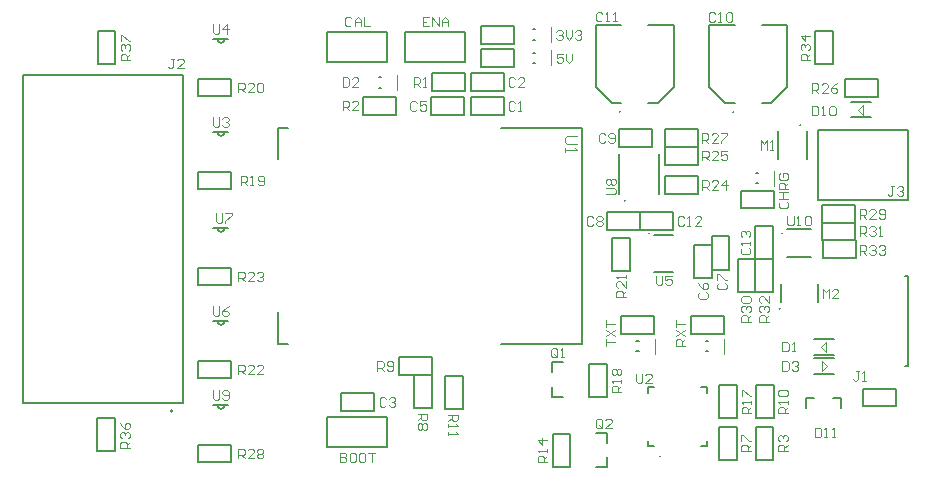
<source format=gto>
G04*
G04 #@! TF.GenerationSoftware,Altium Limited,Altium Designer,22.6.1 (34)*
G04*
G04 Layer_Color=65535*
%FSLAX25Y25*%
%MOIN*%
G70*
G04*
G04 #@! TF.SameCoordinates,BE1EFFB1-D3A5-4C51-9803-2DA18C35BCD8*
G04*
G04*
G04 #@! TF.FilePolarity,Positive*
G04*
G01*
G75*
%ADD10C,0.00500*%
%ADD11C,0.00787*%
%ADD12C,0.00600*%
%ADD13C,0.00394*%
D10*
X253016Y81350D02*
G03*
X253016Y81350I-200J0D01*
G01*
X252407Y56251D02*
G03*
X252407Y56251I-200J0D01*
G01*
X200700Y92300D02*
G03*
X200700Y92300I-200J0D01*
G01*
X212400Y7100D02*
G03*
X212400Y7100I-200J0D01*
G01*
X208589Y81384D02*
G03*
X208589Y81384I-200J0D01*
G01*
X259200Y117400D02*
G03*
X259200Y117400I-200J0D01*
G01*
X236901Y121974D02*
G03*
X236901Y121974I-200J0D01*
G01*
X199101D02*
G03*
X199101Y121974I-200J0D01*
G01*
X254763Y73397D02*
X262637D01*
X254763Y83003D02*
X262637D01*
X12Y24756D02*
Y134244D01*
X53516Y24756D02*
Y134244D01*
X12Y24756D02*
X53516D01*
X12Y134244D02*
X53516D01*
X294103Y37339D02*
X295009D01*
Y67261D01*
X294103D02*
X295009D01*
X264993Y58350D02*
Y64650D01*
X252670Y58350D02*
Y64650D01*
X176441Y35141D02*
Y38409D01*
Y26991D02*
Y30259D01*
Y26991D02*
X180142D01*
X176441Y38409D02*
X180142D01*
X190882Y3491D02*
X194583D01*
X190882Y14909D02*
X194583D01*
Y11641D02*
Y14909D01*
Y3491D02*
Y6759D01*
X263653Y34641D02*
X270346D01*
X263653Y39759D02*
X270346D01*
X263653Y40941D02*
X270346D01*
X263653Y46059D02*
X270346D01*
X227567Y45572D02*
X228433D01*
X227567Y42028D02*
X228433D01*
X204423Y45572D02*
X205289D01*
X204423Y42028D02*
X205289D01*
X244267Y101572D02*
X245133D01*
X244267Y98028D02*
X245133D01*
X210488Y80921D02*
X216787D01*
X210488Y68598D02*
X216787D01*
X276153Y125159D02*
X282846D01*
X276153Y120041D02*
X282846D01*
X295006Y92649D02*
Y115877D01*
X265085Y92649D02*
X295006D01*
X265085Y115877D02*
X295006D01*
X265085Y92649D02*
Y115877D01*
X118567Y133472D02*
X119433D01*
X118567Y129928D02*
X119433D01*
X169967Y141672D02*
X170833D01*
X169967Y138128D02*
X170833D01*
X169923Y149472D02*
X170789D01*
X169923Y145928D02*
X170789D01*
X246328Y150992D02*
X254792D01*
Y130323D02*
Y150992D01*
X249477Y125008D02*
X254792Y130323D01*
X246328Y125008D02*
X249477D01*
X228808Y150992D02*
X237272D01*
X228808Y130323D02*
Y150992D01*
Y130323D02*
X234123Y125008D01*
X237272D01*
X208528Y150992D02*
X216992D01*
Y130323D02*
Y150992D01*
X211677Y125008D02*
X216992Y130323D01*
X208528Y125008D02*
X211677D01*
X191008Y150992D02*
X199472D01*
X191008Y130323D02*
Y150992D01*
Y130323D02*
X196323Y125008D01*
X199472D01*
D11*
X49894Y22197D02*
G03*
X49894Y22197I-394J0D01*
G01*
X244147Y61688D02*
X250053D01*
Y72712D01*
X244147D02*
X250053D01*
X244147Y61688D02*
Y72712D01*
X238247Y61688D02*
X244153D01*
Y72712D01*
X238247D02*
X244153D01*
X238247Y61688D02*
Y72712D01*
X244147Y72688D02*
X250053D01*
X244147D02*
Y83712D01*
X250053D01*
Y72688D02*
Y83712D01*
X277568Y73147D02*
Y79053D01*
X266544D02*
X277568D01*
X266544Y73147D02*
Y79053D01*
Y73147D02*
X277568D01*
X266488Y79047D02*
Y84953D01*
Y79047D02*
X277512D01*
Y84953D01*
X266488D02*
X277512D01*
X266488Y84947D02*
Y90853D01*
Y84947D02*
X277512D01*
Y90853D01*
X266488D02*
X277512D01*
X261152Y23250D02*
Y26459D01*
X263750D01*
X272648Y23250D02*
Y26459D01*
X270050D02*
X272648D01*
X222588Y47847D02*
X233612D01*
X222588D02*
Y53753D01*
X233612D01*
Y47847D02*
Y53753D01*
X208258Y10357D02*
X210226D01*
X208258D02*
Y12326D01*
X225974Y10357D02*
X227942D01*
Y12326D01*
X208258Y30042D02*
X210226D01*
X208258Y28074D02*
Y30042D01*
X225974D02*
X227942D01*
Y28074D02*
Y30042D01*
X199388Y47847D02*
X210412D01*
X199388D02*
Y53753D01*
X210412D01*
Y47847D02*
Y53753D01*
X196485Y68848D02*
Y79872D01*
X202391D01*
Y68848D02*
Y79872D01*
X196485Y68848D02*
X202391D01*
X205726Y88513D02*
X216750D01*
X205726Y82607D02*
Y88513D01*
Y82607D02*
X216750D01*
Y88513D01*
X235490Y69348D02*
Y80372D01*
X229585D02*
X235490D01*
X229585Y69348D02*
Y80372D01*
Y69348D02*
X235490D01*
X229591Y66504D02*
Y77528D01*
X223685D02*
X229591D01*
X223685Y66504D02*
Y77528D01*
Y66504D02*
X229591D01*
X58488Y64047D02*
X69512D01*
X58488D02*
Y69953D01*
X69512D01*
Y64047D02*
Y69953D01*
X58488Y96047D02*
X69512D01*
X58488D02*
Y101953D01*
X69512D01*
Y96047D02*
Y101953D01*
X58488Y127047D02*
X69512D01*
X58488D02*
Y132953D01*
X69512D01*
Y127047D02*
Y132953D01*
X58488Y33047D02*
X69512D01*
X58488D02*
Y38953D01*
X69512D01*
Y33047D02*
Y38953D01*
X58488Y5047D02*
X69512D01*
X58488D02*
Y10953D01*
X69512D01*
Y5047D02*
Y10953D01*
X239288Y89747D02*
X250312D01*
X239288D02*
Y95653D01*
X250312D01*
Y89747D02*
Y95653D01*
X273888Y132753D02*
X284912D01*
Y126847D02*
Y132753D01*
X273888Y126847D02*
X284912D01*
X273888D02*
Y132753D01*
X101500Y20200D02*
X121500D01*
X101500Y10200D02*
X121500D01*
X101500D02*
Y20200D01*
X121500Y10200D02*
Y20200D01*
X127500Y138500D02*
X147500D01*
X127500Y148500D02*
X147500D01*
Y138500D02*
Y148500D01*
X127500Y138500D02*
Y148500D01*
X101500D02*
X121500D01*
X101500Y138500D02*
X121500D01*
X101500D02*
Y148500D01*
X121500Y138500D02*
Y148500D01*
X136232Y134753D02*
X147256D01*
Y128847D02*
Y134753D01*
X136232Y128847D02*
X147256D01*
X136232D02*
Y134753D01*
X113232Y120947D02*
X124256D01*
X113232D02*
Y126853D01*
X124256D01*
Y120947D02*
Y126853D01*
X244247Y5932D02*
Y16956D01*
X250153D01*
Y5932D02*
Y16956D01*
X244247Y5932D02*
X250153D01*
X152544Y142853D02*
X163568D01*
Y136947D02*
Y142853D01*
X152544Y136947D02*
X163568D01*
X152544D02*
Y142853D01*
Y150553D02*
X163568D01*
Y144647D02*
Y150553D01*
X152544Y144647D02*
X163568D01*
X152544D02*
Y150553D01*
X232147Y5888D02*
Y16912D01*
X238053D01*
Y5888D02*
Y16912D01*
X232147Y5888D02*
X238053D01*
X130347Y23088D02*
Y34112D01*
X136253D01*
Y23088D02*
Y34112D01*
X130347Y23088D02*
X136253D01*
X125288Y34147D02*
X136312D01*
X125288D02*
Y40053D01*
X136312D01*
Y34147D02*
Y40053D01*
X250253Y19988D02*
Y31012D01*
X244347Y19988D02*
X250253D01*
X244347D02*
Y31012D01*
X250253D01*
X140747Y22888D02*
Y33912D01*
X146653D01*
Y22888D02*
Y33912D01*
X140747Y22888D02*
X146653D01*
X176547Y3388D02*
Y14412D01*
X182453D01*
Y3388D02*
Y14412D01*
X176547Y3388D02*
X182453D01*
X238053Y19988D02*
Y31012D01*
X232147Y19988D02*
X238053D01*
X232147D02*
Y31012D01*
X238053D01*
X194553Y26888D02*
Y37912D01*
X188647Y26888D02*
X194553D01*
X188647D02*
Y37912D01*
X194553D01*
X213888Y100553D02*
X224912D01*
Y94647D02*
Y100553D01*
X213888Y94647D02*
X224912D01*
X213888D02*
Y100553D01*
Y110153D02*
X224912D01*
Y104247D02*
Y110153D01*
X213888Y104247D02*
X224912D01*
X213888D02*
Y110153D01*
Y110147D02*
X224912D01*
X213888D02*
Y116053D01*
X224912D01*
Y110147D02*
Y116053D01*
X264147Y137888D02*
Y148912D01*
X270053D01*
Y137888D02*
Y148912D01*
X264147Y137888D02*
X270053D01*
X279888Y23747D02*
X290912D01*
X279888D02*
Y29653D01*
X290912D01*
Y23747D02*
Y29653D01*
X30753Y8688D02*
Y19712D01*
X24847Y8688D02*
X30753D01*
X24847D02*
Y19712D01*
X30753D01*
X24947Y137988D02*
Y149012D01*
X30853D01*
Y137988D02*
Y149012D01*
X24947Y137988D02*
X30853D01*
X198788Y116053D02*
X209812D01*
X198788Y110147D02*
Y116053D01*
Y110147D02*
X209812D01*
Y116053D01*
X105988Y22247D02*
Y28153D01*
X117012D01*
Y22247D02*
Y28153D01*
X105988Y22247D02*
X117012D01*
X149344Y126753D02*
X160368D01*
X149344Y120847D02*
Y126753D01*
Y120847D02*
X160368D01*
Y126753D01*
X149344Y128847D02*
Y134753D01*
X160368D01*
Y128847D02*
Y134753D01*
X149344Y128847D02*
X160368D01*
X136132Y120847D02*
X147156D01*
Y126753D01*
X136132D02*
X147156D01*
X136132Y120847D02*
Y126753D01*
X194688Y82647D02*
Y88553D01*
X205712D01*
Y82647D02*
Y88553D01*
X194688Y82647D02*
X205712D01*
D12*
X64800Y115100D02*
G03*
X67200Y115100I1200J0D01*
G01*
X64800Y146100D02*
G03*
X67200Y146100I1200J0D01*
G01*
X64800Y52100D02*
G03*
X67200Y52100I1200J0D01*
G01*
X64800Y83100D02*
G03*
X67200Y83100I1200J0D01*
G01*
X64800Y24100D02*
G03*
X67200Y24100I1200J0D01*
G01*
X198700Y94500D02*
Y107700D01*
X211900Y94500D02*
Y107700D01*
X159450Y44650D02*
X186380D01*
X84980D02*
Y55040D01*
Y116550D02*
X88330D01*
X186380Y44650D02*
Y116550D01*
X84980Y44650D02*
X88330D01*
X84980Y106160D02*
Y116550D01*
X159450D02*
X186380D01*
X251750Y106050D02*
Y115550D01*
X261250Y106050D02*
Y115550D01*
X63500Y115100D02*
X64800D01*
X67200D01*
X68500D01*
X63500Y146100D02*
X64800D01*
X67200D01*
X68500D01*
X63500Y52100D02*
X64800D01*
X67200D01*
X68500D01*
X63500Y83100D02*
X64800D01*
X67200D01*
X68500D01*
X63500Y24100D02*
X64800D01*
X67200D01*
X68500D01*
D13*
X266400Y35500D02*
X268100Y37200D01*
X266400Y38900D02*
X268100Y37200D01*
X266400Y35500D02*
Y38900D01*
X267600Y41800D02*
Y45200D01*
X265900Y43500D02*
X267600Y41800D01*
X265900Y43500D02*
X267600Y45200D01*
X233800Y41300D02*
Y46300D01*
X210656Y41300D02*
Y46300D01*
X250500Y97300D02*
Y102300D01*
X278400Y122600D02*
X280100Y124300D01*
X278400Y122600D02*
X280100Y120900D01*
Y124300D01*
X124800Y129200D02*
Y134200D01*
X176200Y137400D02*
Y142400D01*
X176156Y145200D02*
Y150200D01*
X179993Y141342D02*
X177894D01*
Y139768D01*
X178943Y140293D01*
X179468D01*
X179993Y139768D01*
Y138718D01*
X179468Y138194D01*
X178419D01*
X177894Y138718D01*
X181042Y141342D02*
Y139243D01*
X182092Y138194D01*
X183141Y139243D01*
Y141342D01*
X177794Y148617D02*
X178319Y149142D01*
X179368D01*
X179893Y148617D01*
Y148093D01*
X179368Y147568D01*
X178843D01*
X179368D01*
X179893Y147043D01*
Y146519D01*
X179368Y145994D01*
X178319D01*
X177794Y146519D01*
X180942Y149142D02*
Y147043D01*
X181992Y145994D01*
X183041Y147043D01*
Y149142D01*
X184091Y148617D02*
X184616Y149142D01*
X185665D01*
X186190Y148617D01*
Y148093D01*
X185665Y147568D01*
X185140D01*
X185665D01*
X186190Y147043D01*
Y146519D01*
X185665Y145994D01*
X184616D01*
X184091Y146519D01*
X220706Y43994D02*
X217558D01*
Y45568D01*
X218082Y46093D01*
X219132D01*
X219657Y45568D01*
Y43994D01*
Y45043D02*
X220706Y46093D01*
X217558Y47142D02*
X220706Y49241D01*
X217558D02*
X220706Y47142D01*
X217558Y50291D02*
Y52390D01*
Y51340D01*
X220706D01*
X194258Y43994D02*
Y46093D01*
Y45043D01*
X197406D01*
X194258Y47142D02*
X197406Y49241D01*
X194258D02*
X197406Y47142D01*
X194258Y50291D02*
Y52390D01*
Y51340D01*
X197406D01*
X263989Y16574D02*
Y13426D01*
X265563D01*
X266088Y13950D01*
Y16049D01*
X265563Y16574D01*
X263989D01*
X267138Y13426D02*
X268187D01*
X267662D01*
Y16574D01*
X267138Y16049D01*
X269761Y13426D02*
X270811D01*
X270286D01*
Y16574D01*
X269761Y16049D01*
X253176Y38774D02*
Y35626D01*
X254750D01*
X255275Y36151D01*
Y38249D01*
X254750Y38774D01*
X253176D01*
X256325Y38249D02*
X256850Y38774D01*
X257899D01*
X258424Y38249D01*
Y37725D01*
X257899Y37200D01*
X257374D01*
X257899D01*
X258424Y36675D01*
Y36151D01*
X257899Y35626D01*
X256850D01*
X256325Y36151D01*
X254864Y87174D02*
Y84550D01*
X255389Y84026D01*
X256439D01*
X256963Y84550D01*
Y87174D01*
X258013Y84026D02*
X259062D01*
X258538D01*
Y87174D01*
X258013Y86650D01*
X260637D02*
X261161Y87174D01*
X262211D01*
X262736Y86650D01*
Y84550D01*
X262211Y84026D01*
X261161D01*
X260637Y84550D01*
Y86650D01*
X63376Y29074D02*
Y26450D01*
X63901Y25926D01*
X64951D01*
X65475Y26450D01*
Y29074D01*
X66525Y26450D02*
X67049Y25926D01*
X68099D01*
X68624Y26450D01*
Y28550D01*
X68099Y29074D01*
X67049D01*
X66525Y28550D01*
Y28025D01*
X67049Y27500D01*
X68624D01*
X194426Y94376D02*
X197049D01*
X197574Y94901D01*
Y95951D01*
X197049Y96475D01*
X194426D01*
X194950Y97525D02*
X194426Y98049D01*
Y99099D01*
X194950Y99624D01*
X195475D01*
X196000Y99099D01*
X196525Y99624D01*
X197049D01*
X197574Y99099D01*
Y98049D01*
X197049Y97525D01*
X196525D01*
X196000Y98049D01*
X195475Y97525D01*
X194950D01*
X196000Y98049D02*
Y99099D01*
X64376Y88074D02*
Y85451D01*
X64901Y84926D01*
X65951D01*
X66475Y85451D01*
Y88074D01*
X67525D02*
X69624D01*
Y87550D01*
X67525Y85451D01*
Y84926D01*
X63376Y57074D02*
Y54451D01*
X63901Y53926D01*
X64951D01*
X65475Y54451D01*
Y57074D01*
X68624D02*
X67574Y56550D01*
X66525Y55500D01*
Y54451D01*
X67049Y53926D01*
X68099D01*
X68624Y54451D01*
Y54975D01*
X68099Y55500D01*
X66525D01*
X211014Y67334D02*
Y64710D01*
X211539Y64186D01*
X212588D01*
X213113Y64710D01*
Y67334D01*
X216262D02*
X214162D01*
Y65760D01*
X215212Y66285D01*
X215737D01*
X216262Y65760D01*
Y64710D01*
X215737Y64186D01*
X214687D01*
X214162Y64710D01*
X63376Y151074D02*
Y148451D01*
X63901Y147926D01*
X64951D01*
X65475Y148451D01*
Y151074D01*
X68099Y147926D02*
Y151074D01*
X66525Y149500D01*
X68624D01*
X63376Y120074D02*
Y117450D01*
X63901Y116926D01*
X64951D01*
X65475Y117450D01*
Y120074D01*
X66525Y119550D02*
X67049Y120074D01*
X68099D01*
X68624Y119550D01*
Y119025D01*
X68099Y118500D01*
X67574D01*
X68099D01*
X68624Y117975D01*
Y117450D01*
X68099Y116926D01*
X67049D01*
X66525Y117450D01*
X204376Y34674D02*
Y32050D01*
X204901Y31526D01*
X205950D01*
X206475Y32050D01*
Y34674D01*
X209624Y31526D02*
X207525D01*
X209624Y33625D01*
Y34150D01*
X209099Y34674D01*
X208050D01*
X207525Y34150D01*
X184648Y113724D02*
X181368D01*
X180712Y113068D01*
Y111756D01*
X181368Y111100D01*
X184648D01*
X180712Y109788D02*
Y108476D01*
Y109132D01*
X184648D01*
X183992Y109788D01*
X109501Y153050D02*
X108976Y153574D01*
X107927D01*
X107402Y153050D01*
Y150951D01*
X107927Y150426D01*
X108976D01*
X109501Y150951D01*
X110550Y150426D02*
Y152525D01*
X111600Y153574D01*
X112650Y152525D01*
Y150426D01*
Y152000D01*
X110550D01*
X113699Y153574D02*
Y150426D01*
X115798D01*
X135401Y153574D02*
X133302D01*
Y150426D01*
X135401D01*
X133302Y152000D02*
X134351D01*
X136451Y150426D02*
Y153574D01*
X138549Y150426D01*
Y153574D01*
X139599Y150426D02*
Y152525D01*
X140649Y153574D01*
X141698Y152525D01*
Y150426D01*
Y152000D01*
X139599D01*
X105728Y8274D02*
Y5126D01*
X107302D01*
X107827Y5650D01*
Y6175D01*
X107302Y6700D01*
X105728D01*
X107302D01*
X107827Y7225D01*
Y7750D01*
X107302Y8274D01*
X105728D01*
X110450D02*
X109401D01*
X108876Y7750D01*
Y5650D01*
X109401Y5126D01*
X110450D01*
X110975Y5650D01*
Y7750D01*
X110450Y8274D01*
X113599D02*
X112549D01*
X112025Y7750D01*
Y5650D01*
X112549Y5126D01*
X113599D01*
X114124Y5650D01*
Y7750D01*
X113599Y8274D01*
X115173D02*
X117272D01*
X116223D01*
Y5126D01*
X35774Y139102D02*
X32626D01*
Y140676D01*
X33151Y141201D01*
X34200D01*
X34725Y140676D01*
Y139102D01*
Y140151D02*
X35774Y141201D01*
X33151Y142251D02*
X32626Y142775D01*
Y143825D01*
X33151Y144350D01*
X33675D01*
X34200Y143825D01*
Y143300D01*
Y143825D01*
X34725Y144350D01*
X35250D01*
X35774Y143825D01*
Y142775D01*
X35250Y142251D01*
X32626Y145399D02*
Y147498D01*
X33151D01*
X35250Y145399D01*
X35774D01*
X35674Y9902D02*
X32526D01*
Y11476D01*
X33051Y12001D01*
X34100D01*
X34625Y11476D01*
Y9902D01*
Y10951D02*
X35674Y12001D01*
X33051Y13050D02*
X32526Y13575D01*
Y14625D01*
X33051Y15149D01*
X33575D01*
X34100Y14625D01*
Y14100D01*
Y14625D01*
X34625Y15149D01*
X35149D01*
X35674Y14625D01*
Y13575D01*
X35149Y13050D01*
X32526Y18298D02*
X33051Y17249D01*
X34100Y16199D01*
X35149D01*
X35674Y16724D01*
Y17773D01*
X35149Y18298D01*
X34625D01*
X34100Y17773D01*
Y16199D01*
X262374Y139202D02*
X259226D01*
Y140776D01*
X259751Y141301D01*
X260800D01*
X261325Y140776D01*
Y139202D01*
Y140251D02*
X262374Y141301D01*
X259751Y142350D02*
X259226Y142875D01*
Y143925D01*
X259751Y144449D01*
X260275D01*
X260800Y143925D01*
Y143400D01*
Y143925D01*
X261325Y144449D01*
X261849D01*
X262374Y143925D01*
Y142875D01*
X261849Y142350D01*
X262374Y147073D02*
X259226D01*
X260800Y145499D01*
Y147598D01*
X279002Y74326D02*
Y77474D01*
X280576D01*
X281101Y76950D01*
Y75900D01*
X280576Y75375D01*
X279002D01*
X280051D02*
X281101Y74326D01*
X282151Y76950D02*
X282675Y77474D01*
X283725D01*
X284249Y76950D01*
Y76425D01*
X283725Y75900D01*
X283200D01*
X283725D01*
X284249Y75375D01*
Y74850D01*
X283725Y74326D01*
X282675D01*
X282151Y74850D01*
X285299Y76950D02*
X285824Y77474D01*
X286873D01*
X287398Y76950D01*
Y76425D01*
X286873Y75900D01*
X286349D01*
X286873D01*
X287398Y75375D01*
Y74850D01*
X286873Y74326D01*
X285824D01*
X285299Y74850D01*
X248674Y52002D02*
X245526D01*
Y53576D01*
X246051Y54101D01*
X247100D01*
X247625Y53576D01*
Y52002D01*
Y53051D02*
X248674Y54101D01*
X246051Y55151D02*
X245526Y55675D01*
Y56725D01*
X246051Y57249D01*
X246575D01*
X247100Y56725D01*
Y56200D01*
Y56725D01*
X247625Y57249D01*
X248149D01*
X248674Y56725D01*
Y55675D01*
X248149Y55151D01*
X248674Y60398D02*
Y58299D01*
X246575Y60398D01*
X246051D01*
X245526Y59873D01*
Y58824D01*
X246051Y58299D01*
X279027Y80626D02*
Y83774D01*
X280601D01*
X281126Y83249D01*
Y82200D01*
X280601Y81675D01*
X279027D01*
X280076D02*
X281126Y80626D01*
X282175Y83249D02*
X282700Y83774D01*
X283750D01*
X284274Y83249D01*
Y82725D01*
X283750Y82200D01*
X283225D01*
X283750D01*
X284274Y81675D01*
Y81151D01*
X283750Y80626D01*
X282700D01*
X282175Y81151D01*
X285324Y80626D02*
X286373D01*
X285849D01*
Y83774D01*
X285324Y83249D01*
X242674Y52002D02*
X239526D01*
Y53576D01*
X240051Y54101D01*
X241100D01*
X241625Y53576D01*
Y52002D01*
Y53051D02*
X242674Y54101D01*
X240051Y55151D02*
X239526Y55675D01*
Y56725D01*
X240051Y57249D01*
X240575D01*
X241100Y56725D01*
Y56200D01*
Y56725D01*
X241625Y57249D01*
X242149D01*
X242674Y56725D01*
Y55675D01*
X242149Y55151D01*
X240051Y58299D02*
X239526Y58824D01*
Y59873D01*
X240051Y60398D01*
X242149D01*
X242674Y59873D01*
Y58824D01*
X242149Y58299D01*
X240051D01*
X279002Y86326D02*
Y89474D01*
X280576D01*
X281101Y88950D01*
Y87900D01*
X280576Y87375D01*
X279002D01*
X280051D02*
X281101Y86326D01*
X284249D02*
X282151D01*
X284249Y88425D01*
Y88950D01*
X283725Y89474D01*
X282675D01*
X282151Y88950D01*
X285299Y86851D02*
X285824Y86326D01*
X286873D01*
X287398Y86851D01*
Y88950D01*
X286873Y89474D01*
X285824D01*
X285299Y88950D01*
Y88425D01*
X285824Y87900D01*
X287398D01*
X71802Y6426D02*
Y9574D01*
X73376D01*
X73901Y9049D01*
Y8000D01*
X73376Y7475D01*
X71802D01*
X72851D02*
X73901Y6426D01*
X77049D02*
X74950D01*
X77049Y8525D01*
Y9049D01*
X76525Y9574D01*
X75475D01*
X74950Y9049D01*
X78099D02*
X78624Y9574D01*
X79673D01*
X80198Y9049D01*
Y8525D01*
X79673Y8000D01*
X80198Y7475D01*
Y6950D01*
X79673Y6426D01*
X78624D01*
X78099Y6950D01*
Y7475D01*
X78624Y8000D01*
X78099Y8525D01*
Y9049D01*
X78624Y8000D02*
X79673D01*
X226402Y111626D02*
Y114774D01*
X227976D01*
X228501Y114250D01*
Y113200D01*
X227976Y112675D01*
X226402D01*
X227451D02*
X228501Y111626D01*
X231649D02*
X229551D01*
X231649Y113725D01*
Y114250D01*
X231125Y114774D01*
X230075D01*
X229551Y114250D01*
X232699Y114774D02*
X234798D01*
Y114250D01*
X232699Y112151D01*
Y111626D01*
X263102Y128226D02*
Y131374D01*
X264676D01*
X265201Y130850D01*
Y129800D01*
X264676Y129275D01*
X263102D01*
X264151D02*
X265201Y128226D01*
X268350D02*
X266250D01*
X268350Y130325D01*
Y130850D01*
X267825Y131374D01*
X266775D01*
X266250Y130850D01*
X271498Y131374D02*
X270449Y130850D01*
X269399Y129800D01*
Y128751D01*
X269924Y128226D01*
X270973D01*
X271498Y128751D01*
Y129275D01*
X270973Y129800D01*
X269399D01*
X226458Y105726D02*
Y108874D01*
X228032D01*
X228557Y108350D01*
Y107300D01*
X228032Y106775D01*
X226458D01*
X227507D02*
X228557Y105726D01*
X231705D02*
X229606D01*
X231705Y107825D01*
Y108350D01*
X231181Y108874D01*
X230131D01*
X229606Y108350D01*
X234854Y108874D02*
X232755D01*
Y107300D01*
X233804Y107825D01*
X234329D01*
X234854Y107300D01*
Y106251D01*
X234329Y105726D01*
X233280D01*
X232755Y106251D01*
X226502Y95926D02*
Y99074D01*
X228076D01*
X228601Y98549D01*
Y97500D01*
X228076Y96975D01*
X226502D01*
X227551D02*
X228601Y95926D01*
X231750D02*
X229650D01*
X231750Y98025D01*
Y98549D01*
X231225Y99074D01*
X230175D01*
X229650Y98549D01*
X234373Y95926D02*
Y99074D01*
X232799Y97500D01*
X234898D01*
X71802Y65426D02*
Y68574D01*
X73376D01*
X73901Y68050D01*
Y67000D01*
X73376Y66475D01*
X71802D01*
X72851D02*
X73901Y65426D01*
X77049D02*
X74950D01*
X77049Y67525D01*
Y68050D01*
X76525Y68574D01*
X75475D01*
X74950Y68050D01*
X78099D02*
X78624Y68574D01*
X79673D01*
X80198Y68050D01*
Y67525D01*
X79673Y67000D01*
X79149D01*
X79673D01*
X80198Y66475D01*
Y65951D01*
X79673Y65426D01*
X78624D01*
X78099Y65951D01*
X71802Y34426D02*
Y37574D01*
X73376D01*
X73901Y37049D01*
Y36000D01*
X73376Y35475D01*
X71802D01*
X72851D02*
X73901Y34426D01*
X77049D02*
X74950D01*
X77049Y36525D01*
Y37049D01*
X76525Y37574D01*
X75475D01*
X74950Y37049D01*
X80198Y34426D02*
X78099D01*
X80198Y36525D01*
Y37049D01*
X79673Y37574D01*
X78624D01*
X78099Y37049D01*
X201012Y60186D02*
X197863D01*
Y61761D01*
X198388Y62286D01*
X199438D01*
X199962Y61761D01*
Y60186D01*
Y61236D02*
X201012Y62286D01*
Y65434D02*
Y63335D01*
X198913Y65434D01*
X198388D01*
X197863Y64909D01*
Y63860D01*
X198388Y63335D01*
X201012Y66484D02*
Y67533D01*
Y67008D01*
X197863D01*
X198388Y66484D01*
X71802Y128426D02*
Y131574D01*
X73376D01*
X73901Y131050D01*
Y130000D01*
X73376Y129475D01*
X71802D01*
X72851D02*
X73901Y128426D01*
X77049D02*
X74950D01*
X77049Y130525D01*
Y131050D01*
X76525Y131574D01*
X75475D01*
X74950Y131050D01*
X78099D02*
X78624Y131574D01*
X79673D01*
X80198Y131050D01*
Y128951D01*
X79673Y128426D01*
X78624D01*
X78099Y128951D01*
Y131050D01*
X72564Y97426D02*
Y100574D01*
X74139D01*
X74663Y100049D01*
Y99000D01*
X74139Y98475D01*
X72564D01*
X73614D02*
X74663Y97426D01*
X75713D02*
X76762D01*
X76238D01*
Y100574D01*
X75713Y100049D01*
X78337Y97951D02*
X78861Y97426D01*
X79911D01*
X80436Y97951D01*
Y100049D01*
X79911Y100574D01*
X78861D01*
X78337Y100049D01*
Y99525D01*
X78861Y99000D01*
X80436D01*
X199474Y28464D02*
X196326D01*
Y30039D01*
X196851Y30563D01*
X197900D01*
X198425Y30039D01*
Y28464D01*
Y29514D02*
X199474Y30563D01*
Y31613D02*
Y32662D01*
Y32138D01*
X196326D01*
X196851Y31613D01*
Y34237D02*
X196326Y34762D01*
Y35811D01*
X196851Y36336D01*
X197375D01*
X197900Y35811D01*
X198425Y36336D01*
X198950D01*
X199474Y35811D01*
Y34762D01*
X198950Y34237D01*
X198425D01*
X197900Y34762D01*
X197375Y34237D01*
X196851D01*
X197900Y34762D02*
Y35811D01*
X242774Y21364D02*
X239626D01*
Y22939D01*
X240150Y23463D01*
X241200D01*
X241725Y22939D01*
Y21364D01*
Y22414D02*
X242774Y23463D01*
Y24513D02*
Y25562D01*
Y25038D01*
X239626D01*
X240150Y24513D01*
X239626Y27137D02*
Y29236D01*
X240150D01*
X242249Y27137D01*
X242774D01*
X174774Y5220D02*
X171626D01*
Y6795D01*
X172151Y7319D01*
X173200D01*
X173725Y6795D01*
Y5220D01*
Y6270D02*
X174774Y7319D01*
Y8369D02*
Y9418D01*
Y8894D01*
X171626D01*
X172151Y8369D01*
X174774Y12567D02*
X171626D01*
X173200Y10993D01*
Y13092D01*
X141826Y20967D02*
X144974D01*
Y19393D01*
X144449Y18868D01*
X143400D01*
X142875Y19393D01*
Y20967D01*
Y19917D02*
X141826Y18868D01*
Y17818D02*
Y16769D01*
Y17293D01*
X144974D01*
X144449Y17818D01*
X141826Y15194D02*
Y14145D01*
Y14670D01*
X144974D01*
X144449Y15194D01*
X254974Y21364D02*
X251826D01*
Y22939D01*
X252350Y23463D01*
X253400D01*
X253925Y22939D01*
Y21364D01*
Y22414D02*
X254974Y23463D01*
Y24513D02*
Y25562D01*
Y25038D01*
X251826D01*
X252350Y24513D01*
Y27137D02*
X251826Y27661D01*
Y28711D01*
X252350Y29236D01*
X254450D01*
X254974Y28711D01*
Y27661D01*
X254450Y27137D01*
X252350D01*
X118176Y35626D02*
Y38774D01*
X119750D01*
X120275Y38249D01*
Y37200D01*
X119750Y36675D01*
X118176D01*
X119226D02*
X120275Y35626D01*
X121325Y36151D02*
X121850Y35626D01*
X122899D01*
X123424Y36151D01*
Y38249D01*
X122899Y38774D01*
X121850D01*
X121325Y38249D01*
Y37725D01*
X121850Y37200D01*
X123424D01*
X131626Y21180D02*
X134774D01*
Y19605D01*
X134249Y19081D01*
X133200D01*
X132675Y19605D01*
Y21180D01*
Y20130D02*
X131626Y19081D01*
X134249Y18031D02*
X134774Y17506D01*
Y16457D01*
X134249Y15932D01*
X133725D01*
X133200Y16457D01*
X132675Y15932D01*
X132150D01*
X131626Y16457D01*
Y17506D01*
X132150Y18031D01*
X132675D01*
X133200Y17506D01*
X133725Y18031D01*
X134249D01*
X133200Y17506D02*
Y16457D01*
X242674Y8876D02*
X239526D01*
Y10451D01*
X240051Y10975D01*
X241100D01*
X241625Y10451D01*
Y8876D01*
Y9926D02*
X242674Y10975D01*
X239526Y12025D02*
Y14124D01*
X240051D01*
X242149Y12025D01*
X242674D01*
X254874Y8876D02*
X251726D01*
Y10451D01*
X252251Y10975D01*
X253300D01*
X253825Y10451D01*
Y8876D01*
Y9926D02*
X254874Y10975D01*
X252251Y12025D02*
X251726Y12550D01*
Y13599D01*
X252251Y14124D01*
X252775D01*
X253300Y13599D01*
Y13074D01*
Y13599D01*
X253825Y14124D01*
X254349D01*
X254874Y13599D01*
Y12550D01*
X254349Y12025D01*
X106576Y122426D02*
Y125574D01*
X108150D01*
X108675Y125049D01*
Y124000D01*
X108150Y123475D01*
X106576D01*
X107626D02*
X108675Y122426D01*
X111824D02*
X109725D01*
X111824Y124525D01*
Y125049D01*
X111299Y125574D01*
X110249D01*
X109725Y125049D01*
X130289Y130226D02*
Y133374D01*
X131863D01*
X132388Y132850D01*
Y131800D01*
X131863Y131275D01*
X130289D01*
X131339D02*
X132388Y130226D01*
X133438D02*
X134487D01*
X133963D01*
Y133374D01*
X133438Y132850D01*
X193075Y16951D02*
Y19049D01*
X192551Y19574D01*
X191501D01*
X190976Y19049D01*
Y16951D01*
X191501Y16426D01*
X192551D01*
X192026Y17475D02*
X193075Y16426D01*
X192551D02*
X193075Y16951D01*
X196224Y16426D02*
X194125D01*
X196224Y18525D01*
Y19049D01*
X195699Y19574D01*
X194650D01*
X194125Y19049D01*
X178200Y40551D02*
Y42649D01*
X177675Y43174D01*
X176626D01*
X176101Y42649D01*
Y40551D01*
X176626Y40026D01*
X177675D01*
X177150Y41075D02*
X178200Y40026D01*
X177675D02*
X178200Y40551D01*
X179250Y40026D02*
X180299D01*
X179774D01*
Y43174D01*
X179250Y42649D01*
X266576Y59726D02*
Y62874D01*
X267626Y61825D01*
X268675Y62874D01*
Y59726D01*
X271824D02*
X269725D01*
X271824Y61825D01*
Y62349D01*
X271299Y62874D01*
X270250D01*
X269725Y62349D01*
X246001Y109226D02*
Y112374D01*
X247050Y111325D01*
X248100Y112374D01*
Y109226D01*
X249149D02*
X250199D01*
X249674D01*
Y112374D01*
X249149Y111849D01*
X290375Y97074D02*
X289326D01*
X289850D01*
Y94450D01*
X289326Y93926D01*
X288801D01*
X288276Y94450D01*
X291425Y96549D02*
X291950Y97074D01*
X292999D01*
X293524Y96549D01*
Y96025D01*
X292999Y95500D01*
X292474D01*
X292999D01*
X293524Y94975D01*
Y94450D01*
X292999Y93926D01*
X291950D01*
X291425Y94450D01*
X50475Y139574D02*
X49426D01*
X49951D01*
Y136951D01*
X49426Y136426D01*
X48901D01*
X48376Y136951D01*
X53624Y136426D02*
X51525D01*
X53624Y138525D01*
Y139049D01*
X53099Y139574D01*
X52049D01*
X51525Y139049D01*
X278800Y35374D02*
X277750D01*
X278275D01*
Y32750D01*
X277750Y32226D01*
X277226D01*
X276701Y32750D01*
X279850Y32226D02*
X280899D01*
X280374D01*
Y35374D01*
X279850Y34850D01*
X263064Y123874D02*
Y120726D01*
X264639D01*
X265163Y121250D01*
Y123349D01*
X264639Y123874D01*
X263064D01*
X266213Y120726D02*
X267262D01*
X266738D01*
Y123874D01*
X266213Y123349D01*
X268837D02*
X269361Y123874D01*
X270411D01*
X270936Y123349D01*
Y121250D01*
X270411Y120726D01*
X269361D01*
X268837Y121250D01*
Y123349D01*
X252450Y91927D02*
X251926Y91402D01*
Y90352D01*
X252450Y89828D01*
X254550D01*
X255074Y90352D01*
Y91402D01*
X254550Y91927D01*
X251926Y92976D02*
X255074D01*
X253500D01*
Y95075D01*
X251926D01*
X255074D01*
Y96125D02*
X251926D01*
Y97699D01*
X252450Y98224D01*
X253500D01*
X254025Y97699D01*
Y96125D01*
Y97174D02*
X255074Y98224D01*
X252450Y101372D02*
X251926Y100848D01*
Y99798D01*
X252450Y99273D01*
X254550D01*
X255074Y99798D01*
Y100848D01*
X254550Y101372D01*
X253500D01*
Y100323D01*
X106576Y133374D02*
Y130226D01*
X108150D01*
X108675Y130751D01*
Y132850D01*
X108150Y133374D01*
X106576D01*
X111824Y130226D02*
X109725D01*
X111824Y132325D01*
Y132850D01*
X111299Y133374D01*
X110249D01*
X109725Y132850D01*
X253201Y45174D02*
Y42026D01*
X254775D01*
X255300Y42551D01*
Y44649D01*
X254775Y45174D01*
X253201D01*
X256349Y42026D02*
X257399D01*
X256874D01*
Y45174D01*
X256349Y44649D01*
X239850Y76563D02*
X239326Y76039D01*
Y74989D01*
X239850Y74464D01*
X241950D01*
X242474Y74989D01*
Y76039D01*
X241950Y76563D01*
X242474Y77613D02*
Y78662D01*
Y78138D01*
X239326D01*
X239850Y77613D01*
Y80237D02*
X239326Y80761D01*
Y81811D01*
X239850Y82336D01*
X240375D01*
X240900Y81811D01*
Y81286D01*
Y81811D01*
X241425Y82336D01*
X241950D01*
X242474Y81811D01*
Y80761D01*
X241950Y80237D01*
X220401Y86609D02*
X219876Y87134D01*
X218827D01*
X218302Y86609D01*
Y84510D01*
X218827Y83986D01*
X219876D01*
X220401Y84510D01*
X221451Y83986D02*
X222500D01*
X221975D01*
Y87134D01*
X221451Y86609D01*
X226173Y83986D02*
X224074D01*
X226173Y86085D01*
Y86609D01*
X225649Y87134D01*
X224599D01*
X224074Y86609D01*
X193188Y154649D02*
X192663Y155174D01*
X191614D01*
X191089Y154649D01*
Y152550D01*
X191614Y152026D01*
X192663D01*
X193188Y152550D01*
X194238Y152026D02*
X195287D01*
X194762D01*
Y155174D01*
X194238Y154649D01*
X196861Y152026D02*
X197911D01*
X197386D01*
Y155174D01*
X196861Y154649D01*
X230763Y154573D02*
X230239Y155098D01*
X229189D01*
X228664Y154573D01*
Y152474D01*
X229189Y151949D01*
X230239D01*
X230763Y152474D01*
X231813Y151949D02*
X232862D01*
X232338D01*
Y155098D01*
X231813Y154573D01*
X234437D02*
X234962Y155098D01*
X236011D01*
X236536Y154573D01*
Y152474D01*
X236011Y151949D01*
X234962D01*
X234437Y152474D01*
Y154573D01*
X194131Y114250D02*
X193606Y114774D01*
X192557D01*
X192032Y114250D01*
Y112151D01*
X192557Y111626D01*
X193606D01*
X194131Y112151D01*
X195181D02*
X195705Y111626D01*
X196755D01*
X197280Y112151D01*
Y114250D01*
X196755Y114774D01*
X195705D01*
X195181Y114250D01*
Y113725D01*
X195705Y113200D01*
X197280D01*
X190075Y86550D02*
X189550Y87074D01*
X188501D01*
X187976Y86550D01*
Y84451D01*
X188501Y83926D01*
X189550D01*
X190075Y84451D01*
X191125Y86550D02*
X191649Y87074D01*
X192699D01*
X193224Y86550D01*
Y86025D01*
X192699Y85500D01*
X193224Y84975D01*
Y84451D01*
X192699Y83926D01*
X191649D01*
X191125Y84451D01*
Y84975D01*
X191649Y85500D01*
X191125Y86025D01*
Y86550D01*
X191649Y85500D02*
X192699D01*
X231988Y64835D02*
X231464Y64310D01*
Y63261D01*
X231988Y62736D01*
X234087D01*
X234612Y63261D01*
Y64310D01*
X234087Y64835D01*
X231464Y65885D02*
Y67984D01*
X231988D01*
X234087Y65885D01*
X234612D01*
X225588Y61735D02*
X225063Y61210D01*
Y60161D01*
X225588Y59636D01*
X227687D01*
X228212Y60161D01*
Y61210D01*
X227687Y61735D01*
X225063Y64884D02*
X225588Y63834D01*
X226638Y62785D01*
X227687D01*
X228212Y63309D01*
Y64359D01*
X227687Y64884D01*
X227163D01*
X226638Y64359D01*
Y62785D01*
X131263Y124950D02*
X130739Y125474D01*
X129689D01*
X129164Y124950D01*
Y122851D01*
X129689Y122326D01*
X130739D01*
X131263Y122851D01*
X134412Y125474D02*
X132313D01*
Y123900D01*
X133362Y124425D01*
X133887D01*
X134412Y123900D01*
Y122851D01*
X133887Y122326D01*
X132838D01*
X132313Y122851D01*
X120975Y26250D02*
X120450Y26774D01*
X119401D01*
X118876Y26250D01*
Y24150D01*
X119401Y23626D01*
X120450D01*
X120975Y24150D01*
X122025Y26250D02*
X122549Y26774D01*
X123599D01*
X124124Y26250D01*
Y25725D01*
X123599Y25200D01*
X123074D01*
X123599D01*
X124124Y24675D01*
Y24150D01*
X123599Y23626D01*
X122549D01*
X122025Y24150D01*
X163975Y132850D02*
X163451Y133374D01*
X162401D01*
X161876Y132850D01*
Y130751D01*
X162401Y130226D01*
X163451D01*
X163975Y130751D01*
X167124Y130226D02*
X165025D01*
X167124Y132325D01*
Y132850D01*
X166599Y133374D01*
X165550D01*
X165025Y132850D01*
X164000Y124849D02*
X163475Y125374D01*
X162426D01*
X161901Y124849D01*
Y122750D01*
X162426Y122226D01*
X163475D01*
X164000Y122750D01*
X165050Y122226D02*
X166099D01*
X165574D01*
Y125374D01*
X165050Y124849D01*
M02*

</source>
